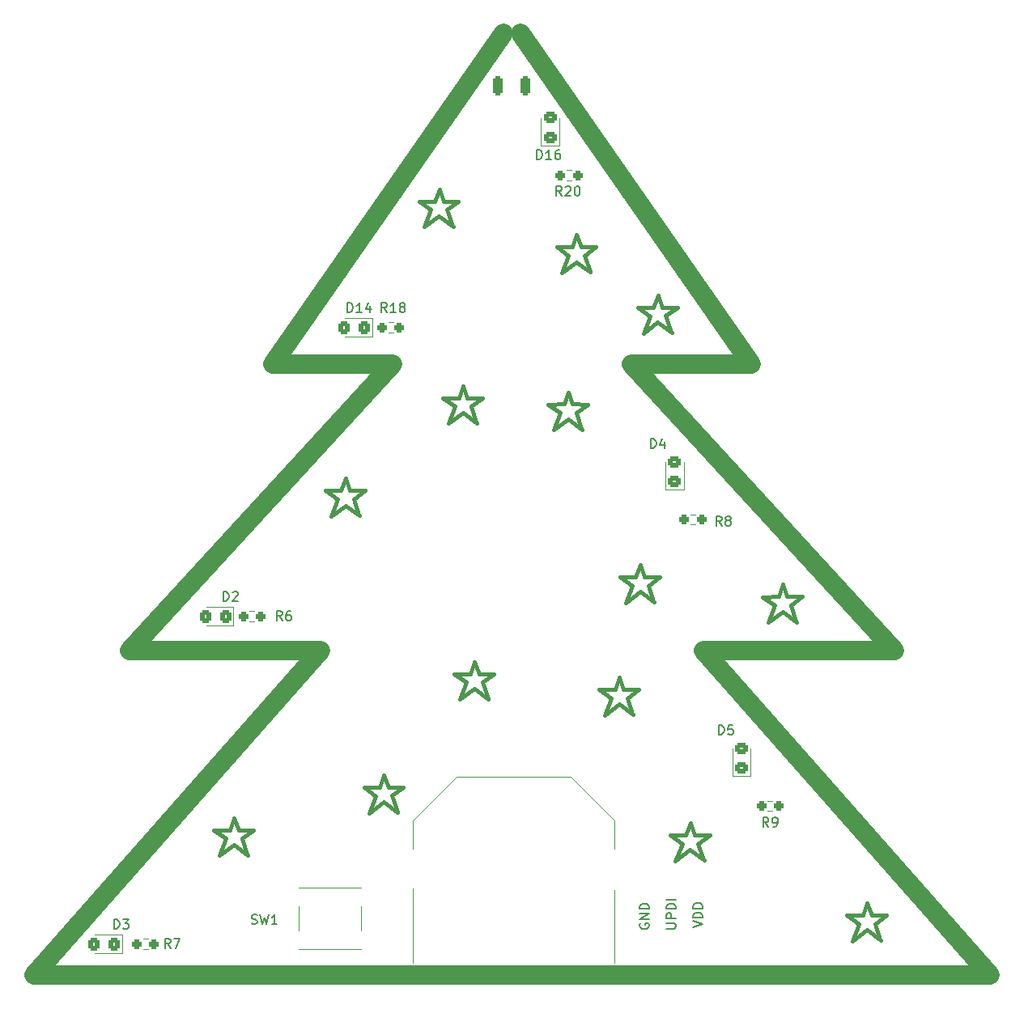
<source format=gto>
G04 #@! TF.GenerationSoftware,KiCad,Pcbnew,7.0.8*
G04 #@! TF.CreationDate,2024-06-18T20:24:05+02:00*
G04 #@! TF.ProjectId,PCB_Christmas_Tree,5043425f-4368-4726-9973-746d61735f54,rev?*
G04 #@! TF.SameCoordinates,Original*
G04 #@! TF.FileFunction,Legend,Top*
G04 #@! TF.FilePolarity,Positive*
%FSLAX46Y46*%
G04 Gerber Fmt 4.6, Leading zero omitted, Abs format (unit mm)*
G04 Created by KiCad (PCBNEW 7.0.8) date 2024-06-18 20:24:05*
%MOMM*%
%LPD*%
G01*
G04 APERTURE LIST*
G04 Aperture macros list*
%AMRoundRect*
0 Rectangle with rounded corners*
0 $1 Rounding radius*
0 $2 $3 $4 $5 $6 $7 $8 $9 X,Y pos of 4 corners*
0 Add a 4 corners polygon primitive as box body*
4,1,4,$2,$3,$4,$5,$6,$7,$8,$9,$2,$3,0*
0 Add four circle primitives for the rounded corners*
1,1,$1+$1,$2,$3*
1,1,$1+$1,$4,$5*
1,1,$1+$1,$6,$7*
1,1,$1+$1,$8,$9*
0 Add four rect primitives between the rounded corners*
20,1,$1+$1,$2,$3,$4,$5,0*
20,1,$1+$1,$4,$5,$6,$7,0*
20,1,$1+$1,$6,$7,$8,$9,0*
20,1,$1+$1,$8,$9,$2,$3,0*%
G04 Aperture macros list end*
%ADD10C,0.150000*%
%ADD11C,0.400000*%
%ADD12C,2.000000*%
%ADD13C,0.120000*%
%ADD14C,0.100000*%
%ADD15R,1.700000X1.700000*%
%ADD16O,1.700000X1.700000*%
%ADD17RoundRect,0.237500X-0.250000X-0.237500X0.250000X-0.237500X0.250000X0.237500X-0.250000X0.237500X0*%
%ADD18C,3.000000*%
%ADD19R,5.000000X5.000000*%
%ADD20R,1.550000X1.300000*%
%ADD21RoundRect,0.250000X0.450000X-0.325000X0.450000X0.325000X-0.450000X0.325000X-0.450000X-0.325000X0*%
%ADD22RoundRect,0.250000X0.325000X0.450000X-0.325000X0.450000X-0.325000X-0.450000X0.325000X-0.450000X0*%
%ADD23RoundRect,0.250000X-0.250000X-0.750000X0.250000X-0.750000X0.250000X0.750000X-0.250000X0.750000X0*%
%ADD24R,3.000000X2.000000*%
G04 APERTURE END LIST*
D10*
X126248943Y-131321468D02*
X127058466Y-131321468D01*
X127058466Y-131321468D02*
X127153704Y-131273849D01*
X127153704Y-131273849D02*
X127201324Y-131226230D01*
X127201324Y-131226230D02*
X127248943Y-131130992D01*
X127248943Y-131130992D02*
X127248943Y-130940516D01*
X127248943Y-130940516D02*
X127201324Y-130845278D01*
X127201324Y-130845278D02*
X127153704Y-130797659D01*
X127153704Y-130797659D02*
X127058466Y-130750040D01*
X127058466Y-130750040D02*
X126248943Y-130750040D01*
X127248943Y-130273849D02*
X126248943Y-130273849D01*
X126248943Y-130273849D02*
X126248943Y-129892897D01*
X126248943Y-129892897D02*
X126296562Y-129797659D01*
X126296562Y-129797659D02*
X126344181Y-129750040D01*
X126344181Y-129750040D02*
X126439419Y-129702421D01*
X126439419Y-129702421D02*
X126582276Y-129702421D01*
X126582276Y-129702421D02*
X126677514Y-129750040D01*
X126677514Y-129750040D02*
X126725133Y-129797659D01*
X126725133Y-129797659D02*
X126772752Y-129892897D01*
X126772752Y-129892897D02*
X126772752Y-130273849D01*
X127248943Y-129273849D02*
X126248943Y-129273849D01*
X126248943Y-129273849D02*
X126248943Y-129035754D01*
X126248943Y-129035754D02*
X126296562Y-128892897D01*
X126296562Y-128892897D02*
X126391800Y-128797659D01*
X126391800Y-128797659D02*
X126487038Y-128750040D01*
X126487038Y-128750040D02*
X126677514Y-128702421D01*
X126677514Y-128702421D02*
X126820371Y-128702421D01*
X126820371Y-128702421D02*
X127010847Y-128750040D01*
X127010847Y-128750040D02*
X127106085Y-128797659D01*
X127106085Y-128797659D02*
X127201324Y-128892897D01*
X127201324Y-128892897D02*
X127248943Y-129035754D01*
X127248943Y-129035754D02*
X127248943Y-129273849D01*
X127248943Y-128273849D02*
X126248943Y-128273849D01*
X129042943Y-131210325D02*
X130042943Y-130876992D01*
X130042943Y-130876992D02*
X129042943Y-130543659D01*
X130042943Y-130210325D02*
X129042943Y-130210325D01*
X129042943Y-130210325D02*
X129042943Y-129972230D01*
X129042943Y-129972230D02*
X129090562Y-129829373D01*
X129090562Y-129829373D02*
X129185800Y-129734135D01*
X129185800Y-129734135D02*
X129281038Y-129686516D01*
X129281038Y-129686516D02*
X129471514Y-129638897D01*
X129471514Y-129638897D02*
X129614371Y-129638897D01*
X129614371Y-129638897D02*
X129804847Y-129686516D01*
X129804847Y-129686516D02*
X129900085Y-129734135D01*
X129900085Y-129734135D02*
X129995324Y-129829373D01*
X129995324Y-129829373D02*
X130042943Y-129972230D01*
X130042943Y-129972230D02*
X130042943Y-130210325D01*
X130042943Y-129210325D02*
X129042943Y-129210325D01*
X129042943Y-129210325D02*
X129042943Y-128972230D01*
X129042943Y-128972230D02*
X129090562Y-128829373D01*
X129090562Y-128829373D02*
X129185800Y-128734135D01*
X129185800Y-128734135D02*
X129281038Y-128686516D01*
X129281038Y-128686516D02*
X129471514Y-128638897D01*
X129471514Y-128638897D02*
X129614371Y-128638897D01*
X129614371Y-128638897D02*
X129804847Y-128686516D01*
X129804847Y-128686516D02*
X129900085Y-128734135D01*
X129900085Y-128734135D02*
X129995324Y-128829373D01*
X129995324Y-128829373D02*
X130042943Y-128972230D01*
X130042943Y-128972230D02*
X130042943Y-129210325D01*
X123502562Y-130797659D02*
X123454943Y-130892897D01*
X123454943Y-130892897D02*
X123454943Y-131035754D01*
X123454943Y-131035754D02*
X123502562Y-131178611D01*
X123502562Y-131178611D02*
X123597800Y-131273849D01*
X123597800Y-131273849D02*
X123693038Y-131321468D01*
X123693038Y-131321468D02*
X123883514Y-131369087D01*
X123883514Y-131369087D02*
X124026371Y-131369087D01*
X124026371Y-131369087D02*
X124216847Y-131321468D01*
X124216847Y-131321468D02*
X124312085Y-131273849D01*
X124312085Y-131273849D02*
X124407324Y-131178611D01*
X124407324Y-131178611D02*
X124454943Y-131035754D01*
X124454943Y-131035754D02*
X124454943Y-130940516D01*
X124454943Y-130940516D02*
X124407324Y-130797659D01*
X124407324Y-130797659D02*
X124359704Y-130750040D01*
X124359704Y-130750040D02*
X124026371Y-130750040D01*
X124026371Y-130750040D02*
X124026371Y-130940516D01*
X124454943Y-130321468D02*
X123454943Y-130321468D01*
X123454943Y-130321468D02*
X124454943Y-129750040D01*
X124454943Y-129750040D02*
X123454943Y-129750040D01*
X124454943Y-129273849D02*
X123454943Y-129273849D01*
X123454943Y-129273849D02*
X123454943Y-129035754D01*
X123454943Y-129035754D02*
X123502562Y-128892897D01*
X123502562Y-128892897D02*
X123597800Y-128797659D01*
X123597800Y-128797659D02*
X123693038Y-128750040D01*
X123693038Y-128750040D02*
X123883514Y-128702421D01*
X123883514Y-128702421D02*
X124026371Y-128702421D01*
X124026371Y-128702421D02*
X124216847Y-128750040D01*
X124216847Y-128750040D02*
X124312085Y-128797659D01*
X124312085Y-128797659D02*
X124407324Y-128892897D01*
X124407324Y-128892897D02*
X124454943Y-129035754D01*
X124454943Y-129035754D02*
X124454943Y-129273849D01*
D11*
X95865124Y-117428248D02*
X95185124Y-119208248D01*
X81045124Y-119728248D02*
X81495124Y-120988248D01*
X102465124Y-56768248D02*
X103935124Y-57848248D01*
X146395124Y-130828248D02*
X145715124Y-132608248D01*
X123515124Y-93258248D02*
X123965124Y-94518248D01*
X94615124Y-116538248D02*
X95865124Y-117428248D01*
X93515124Y-86378248D02*
X94715124Y-85488248D01*
X126635124Y-121548248D02*
X127885124Y-122438248D01*
X90585124Y-85498248D02*
X92235124Y-85478248D01*
X145145124Y-129938248D02*
X146395124Y-130828248D01*
X125335124Y-67878248D02*
X126805124Y-68958248D01*
X96695124Y-118078248D02*
X95185124Y-119208248D01*
X116845124Y-61558248D02*
X118315124Y-62638248D01*
X125335124Y-67878248D02*
X123825124Y-69008248D01*
X117695124Y-60898248D02*
X118245124Y-62558248D01*
X116819800Y-77342388D02*
X117369800Y-79002388D01*
X126185124Y-67218248D02*
X127385124Y-66328248D01*
X107015124Y-75798248D02*
X105445124Y-75788248D01*
X125535124Y-94528248D02*
X123965124Y-94518248D01*
X148075124Y-130818248D02*
X148625124Y-132478248D01*
X123485124Y-96078248D02*
X124955124Y-97158248D01*
X104995124Y-74528248D02*
X104535124Y-75788248D01*
D12*
X109203124Y-37622248D02*
X85103124Y-72222248D01*
D11*
X147255124Y-128658248D02*
X146795124Y-129918248D01*
X80185124Y-121898248D02*
X79505124Y-123678248D01*
X117695124Y-60898248D02*
X118895124Y-60008248D01*
X78935124Y-121008248D02*
X80185124Y-121898248D01*
X106165124Y-106208248D02*
X107635124Y-107288248D01*
X138405124Y-98148248D02*
X139875124Y-99228248D01*
X81015124Y-122548248D02*
X79505124Y-123678248D01*
X136325124Y-96608248D02*
X137975124Y-96588248D01*
X104965124Y-77348248D02*
X106435124Y-78428248D01*
X127385124Y-66328248D02*
X125815124Y-66318248D01*
X121305124Y-107848248D02*
X122775124Y-108928248D01*
X92695124Y-84218248D02*
X92235124Y-85478248D01*
X122155124Y-107188248D02*
X123355124Y-106298248D01*
X119225124Y-106308248D02*
X120475124Y-107198248D01*
X107015124Y-105548248D02*
X107565124Y-107208248D01*
X147255124Y-128658248D02*
X147705124Y-129918248D01*
X126635124Y-121548248D02*
X128285124Y-121528248D01*
X123515124Y-93258248D02*
X123055124Y-94518248D01*
X129565124Y-122428248D02*
X130765124Y-121538248D01*
X106165124Y-106208248D02*
X104655124Y-107338248D01*
X115999800Y-75182388D02*
X115539800Y-76442388D01*
X123255124Y-66338248D02*
X124905124Y-66318248D01*
X92695124Y-84218248D02*
X93145124Y-85478248D01*
X96725124Y-115258248D02*
X97175124Y-116518248D01*
X92665124Y-87038248D02*
X91155124Y-88168248D01*
X149275124Y-129928248D02*
X147705124Y-129918248D01*
X83065124Y-120998248D02*
X81495124Y-120988248D01*
X127885124Y-122438248D02*
X127205124Y-124218248D01*
X116875124Y-58738248D02*
X117325124Y-59998248D01*
X115969800Y-78002388D02*
X117439800Y-79082388D01*
X105815124Y-76688248D02*
X107015124Y-75798248D01*
X116875124Y-58738248D02*
X116415124Y-59998248D01*
X118895124Y-60008248D02*
X117325124Y-59998248D01*
X138435124Y-95328248D02*
X137975124Y-96588248D01*
X122155124Y-107188248D02*
X122705124Y-108848248D01*
X128715124Y-123088248D02*
X130185124Y-124168248D01*
X128715124Y-123088248D02*
X127205124Y-124218248D01*
D12*
X150103124Y-102222248D02*
X130103124Y-102222248D01*
D11*
X98745124Y-116528248D02*
X97175124Y-116518248D01*
X106195124Y-103388248D02*
X106645124Y-104648248D01*
X115999800Y-75182388D02*
X116449800Y-76442388D01*
X137575124Y-97498248D02*
X136895124Y-99278248D01*
X105815124Y-76688248D02*
X106365124Y-78348248D01*
X81045124Y-119728248D02*
X80585124Y-120988248D01*
D12*
X160103124Y-136222248D02*
X60103124Y-136222248D01*
D11*
X123355124Y-106298248D02*
X121785124Y-106288248D01*
X100385124Y-55228248D02*
X102035124Y-55208248D01*
X148075124Y-130818248D02*
X149275124Y-129928248D01*
X130765124Y-121538248D02*
X129195124Y-121528248D01*
X103315124Y-56108248D02*
X104515124Y-55218248D01*
D12*
X122603124Y-72222248D02*
X135103124Y-72222248D01*
D11*
X107015124Y-105548248D02*
X108215124Y-104658248D01*
X93515124Y-86378248D02*
X94065124Y-88038248D01*
X114765124Y-60018248D02*
X116015124Y-60908248D01*
X104135124Y-76698248D02*
X103455124Y-78478248D01*
X124335124Y-95418248D02*
X125535124Y-94528248D01*
X129565124Y-122428248D02*
X130115124Y-124088248D01*
X96725124Y-115258248D02*
X96265124Y-116518248D01*
X121405124Y-94538248D02*
X123055124Y-94518248D01*
X113889800Y-76462388D02*
X115539800Y-76442388D01*
X145145124Y-129938248D02*
X146795124Y-129918248D01*
X113889800Y-76462388D02*
X115139800Y-77352388D01*
X97545124Y-117418248D02*
X98095124Y-119078248D01*
X102495124Y-53948248D02*
X102035124Y-55208248D01*
X104995124Y-74528248D02*
X105445124Y-75788248D01*
D12*
X111003124Y-37622248D02*
X135103124Y-72222248D01*
D11*
X114765124Y-60018248D02*
X116415124Y-59998248D01*
X128745124Y-120268248D02*
X128285124Y-121528248D01*
D12*
X122603124Y-72222248D02*
X150103124Y-102222248D01*
D11*
X104085124Y-104668248D02*
X105735124Y-104648248D01*
X100385124Y-55228248D02*
X101635124Y-56118248D01*
X92665124Y-87038248D02*
X94135124Y-88118248D01*
X124335124Y-95418248D02*
X124885124Y-97078248D01*
D12*
X97603124Y-72222248D02*
X70103124Y-102222248D01*
D11*
X96695124Y-118078248D02*
X98165124Y-119158248D01*
X104515124Y-55218248D02*
X102945124Y-55208248D01*
X115139800Y-77352388D02*
X114459800Y-79132388D01*
X121305124Y-107848248D02*
X119795124Y-108978248D01*
X105335124Y-105558248D02*
X104655124Y-107338248D01*
X147225124Y-131478248D02*
X145715124Y-132608248D01*
X138405124Y-98148248D02*
X136895124Y-99278248D01*
X94615124Y-116538248D02*
X96265124Y-116518248D01*
X124505124Y-67228248D02*
X123825124Y-69008248D01*
X121335124Y-105028248D02*
X120875124Y-106288248D01*
X116845124Y-61558248D02*
X115335124Y-62688248D01*
X121405124Y-94538248D02*
X122655124Y-95428248D01*
X123485124Y-96078248D02*
X121975124Y-97208248D01*
X119225124Y-106308248D02*
X120875124Y-106288248D01*
X118019800Y-76452388D02*
X116449800Y-76442388D01*
X102885124Y-75808248D02*
X104135124Y-76698248D01*
X120475124Y-107198248D02*
X119795124Y-108978248D01*
X102885124Y-75808248D02*
X104535124Y-75788248D01*
X81015124Y-122548248D02*
X82485124Y-123628248D01*
X81865124Y-121888248D02*
X83065124Y-120998248D01*
D12*
X90103124Y-102222248D02*
X60103124Y-136222248D01*
D11*
X103315124Y-56108248D02*
X103865124Y-57768248D01*
X102465124Y-56768248D02*
X100955124Y-57898248D01*
X128745124Y-120268248D02*
X129195124Y-121528248D01*
D12*
X85103124Y-72222248D02*
X97603124Y-72222248D01*
D11*
X102495124Y-53948248D02*
X102945124Y-55208248D01*
X139255124Y-97488248D02*
X139805124Y-99148248D01*
X78935124Y-121008248D02*
X80585124Y-120988248D01*
X139255124Y-97488248D02*
X140455124Y-96598248D01*
X115969800Y-78002388D02*
X114459800Y-79132388D01*
D12*
X90103124Y-102222248D02*
X70103124Y-102222248D01*
D11*
X94715124Y-85488248D02*
X93145124Y-85478248D01*
X138435124Y-95328248D02*
X138885124Y-96588248D01*
X125365124Y-65058248D02*
X124905124Y-66318248D01*
X104085124Y-104668248D02*
X105335124Y-105558248D01*
D12*
X130103124Y-102222248D02*
X160103124Y-136222248D01*
D11*
X116015124Y-60908248D02*
X115335124Y-62688248D01*
X97545124Y-117418248D02*
X98745124Y-116528248D01*
X116819800Y-77342388D02*
X118019800Y-76452388D01*
X140455124Y-96598248D02*
X138885124Y-96588248D01*
X147225124Y-131478248D02*
X148695124Y-132558248D01*
X81865124Y-121888248D02*
X82415124Y-123548248D01*
X90585124Y-85498248D02*
X91835124Y-86388248D01*
X106195124Y-103388248D02*
X105735124Y-104648248D01*
X122655124Y-95428248D02*
X121975124Y-97208248D01*
X126185124Y-67218248D02*
X126735124Y-68878248D01*
X108215124Y-104658248D02*
X106645124Y-104648248D01*
X125365124Y-65058248D02*
X125815124Y-66318248D01*
X101635124Y-56118248D02*
X100955124Y-57898248D01*
X123255124Y-66338248D02*
X124505124Y-67228248D01*
X104965124Y-77348248D02*
X103455124Y-78478248D01*
X121335124Y-105028248D02*
X121785124Y-106288248D01*
X91835124Y-86388248D02*
X91155124Y-88168248D01*
X136325124Y-96608248D02*
X137575124Y-97498248D01*
D10*
X136928457Y-120683067D02*
X136595124Y-120206876D01*
X136357029Y-120683067D02*
X136357029Y-119683067D01*
X136357029Y-119683067D02*
X136737981Y-119683067D01*
X136737981Y-119683067D02*
X136833219Y-119730686D01*
X136833219Y-119730686D02*
X136880838Y-119778305D01*
X136880838Y-119778305D02*
X136928457Y-119873543D01*
X136928457Y-119873543D02*
X136928457Y-120016400D01*
X136928457Y-120016400D02*
X136880838Y-120111638D01*
X136880838Y-120111638D02*
X136833219Y-120159257D01*
X136833219Y-120159257D02*
X136737981Y-120206876D01*
X136737981Y-120206876D02*
X136357029Y-120206876D01*
X137404648Y-120683067D02*
X137595124Y-120683067D01*
X137595124Y-120683067D02*
X137690362Y-120635448D01*
X137690362Y-120635448D02*
X137737981Y-120587828D01*
X137737981Y-120587828D02*
X137833219Y-120444971D01*
X137833219Y-120444971D02*
X137880838Y-120254495D01*
X137880838Y-120254495D02*
X137880838Y-119873543D01*
X137880838Y-119873543D02*
X137833219Y-119778305D01*
X137833219Y-119778305D02*
X137785600Y-119730686D01*
X137785600Y-119730686D02*
X137690362Y-119683067D01*
X137690362Y-119683067D02*
X137499886Y-119683067D01*
X137499886Y-119683067D02*
X137404648Y-119730686D01*
X137404648Y-119730686D02*
X137357029Y-119778305D01*
X137357029Y-119778305D02*
X137309410Y-119873543D01*
X137309410Y-119873543D02*
X137309410Y-120111638D01*
X137309410Y-120111638D02*
X137357029Y-120206876D01*
X137357029Y-120206876D02*
X137404648Y-120254495D01*
X137404648Y-120254495D02*
X137499886Y-120302114D01*
X137499886Y-120302114D02*
X137690362Y-120302114D01*
X137690362Y-120302114D02*
X137785600Y-120254495D01*
X137785600Y-120254495D02*
X137833219Y-120206876D01*
X137833219Y-120206876D02*
X137880838Y-120111638D01*
X82865791Y-130795448D02*
X83008648Y-130843067D01*
X83008648Y-130843067D02*
X83246743Y-130843067D01*
X83246743Y-130843067D02*
X83341981Y-130795448D01*
X83341981Y-130795448D02*
X83389600Y-130747828D01*
X83389600Y-130747828D02*
X83437219Y-130652590D01*
X83437219Y-130652590D02*
X83437219Y-130557352D01*
X83437219Y-130557352D02*
X83389600Y-130462114D01*
X83389600Y-130462114D02*
X83341981Y-130414495D01*
X83341981Y-130414495D02*
X83246743Y-130366876D01*
X83246743Y-130366876D02*
X83056267Y-130319257D01*
X83056267Y-130319257D02*
X82961029Y-130271638D01*
X82961029Y-130271638D02*
X82913410Y-130224019D01*
X82913410Y-130224019D02*
X82865791Y-130128781D01*
X82865791Y-130128781D02*
X82865791Y-130033543D01*
X82865791Y-130033543D02*
X82913410Y-129938305D01*
X82913410Y-129938305D02*
X82961029Y-129890686D01*
X82961029Y-129890686D02*
X83056267Y-129843067D01*
X83056267Y-129843067D02*
X83294362Y-129843067D01*
X83294362Y-129843067D02*
X83437219Y-129890686D01*
X83770553Y-129843067D02*
X84008648Y-130843067D01*
X84008648Y-130843067D02*
X84199124Y-130128781D01*
X84199124Y-130128781D02*
X84389600Y-130843067D01*
X84389600Y-130843067D02*
X84627696Y-129843067D01*
X85532457Y-130843067D02*
X84961029Y-130843067D01*
X85246743Y-130843067D02*
X85246743Y-129843067D01*
X85246743Y-129843067D02*
X85151505Y-129985924D01*
X85151505Y-129985924D02*
X85056267Y-130081162D01*
X85056267Y-130081162D02*
X84961029Y-130128781D01*
X131721029Y-111031067D02*
X131721029Y-110031067D01*
X131721029Y-110031067D02*
X131959124Y-110031067D01*
X131959124Y-110031067D02*
X132101981Y-110078686D01*
X132101981Y-110078686D02*
X132197219Y-110173924D01*
X132197219Y-110173924D02*
X132244838Y-110269162D01*
X132244838Y-110269162D02*
X132292457Y-110459638D01*
X132292457Y-110459638D02*
X132292457Y-110602495D01*
X132292457Y-110602495D02*
X132244838Y-110792971D01*
X132244838Y-110792971D02*
X132197219Y-110888209D01*
X132197219Y-110888209D02*
X132101981Y-110983448D01*
X132101981Y-110983448D02*
X131959124Y-111031067D01*
X131959124Y-111031067D02*
X131721029Y-111031067D01*
X133197219Y-110031067D02*
X132721029Y-110031067D01*
X132721029Y-110031067D02*
X132673410Y-110507257D01*
X132673410Y-110507257D02*
X132721029Y-110459638D01*
X132721029Y-110459638D02*
X132816267Y-110412019D01*
X132816267Y-110412019D02*
X133054362Y-110412019D01*
X133054362Y-110412019D02*
X133149600Y-110459638D01*
X133149600Y-110459638D02*
X133197219Y-110507257D01*
X133197219Y-110507257D02*
X133244838Y-110602495D01*
X133244838Y-110602495D02*
X133244838Y-110840590D01*
X133244838Y-110840590D02*
X133197219Y-110935828D01*
X133197219Y-110935828D02*
X133149600Y-110983448D01*
X133149600Y-110983448D02*
X133054362Y-111031067D01*
X133054362Y-111031067D02*
X132816267Y-111031067D01*
X132816267Y-111031067D02*
X132721029Y-110983448D01*
X132721029Y-110983448D02*
X132673410Y-110935828D01*
X115306266Y-54643067D02*
X114972933Y-54166876D01*
X114734838Y-54643067D02*
X114734838Y-53643067D01*
X114734838Y-53643067D02*
X115115790Y-53643067D01*
X115115790Y-53643067D02*
X115211028Y-53690686D01*
X115211028Y-53690686D02*
X115258647Y-53738305D01*
X115258647Y-53738305D02*
X115306266Y-53833543D01*
X115306266Y-53833543D02*
X115306266Y-53976400D01*
X115306266Y-53976400D02*
X115258647Y-54071638D01*
X115258647Y-54071638D02*
X115211028Y-54119257D01*
X115211028Y-54119257D02*
X115115790Y-54166876D01*
X115115790Y-54166876D02*
X114734838Y-54166876D01*
X115687219Y-53738305D02*
X115734838Y-53690686D01*
X115734838Y-53690686D02*
X115830076Y-53643067D01*
X115830076Y-53643067D02*
X116068171Y-53643067D01*
X116068171Y-53643067D02*
X116163409Y-53690686D01*
X116163409Y-53690686D02*
X116211028Y-53738305D01*
X116211028Y-53738305D02*
X116258647Y-53833543D01*
X116258647Y-53833543D02*
X116258647Y-53928781D01*
X116258647Y-53928781D02*
X116211028Y-54071638D01*
X116211028Y-54071638D02*
X115639600Y-54643067D01*
X115639600Y-54643067D02*
X116258647Y-54643067D01*
X116877695Y-53643067D02*
X116972933Y-53643067D01*
X116972933Y-53643067D02*
X117068171Y-53690686D01*
X117068171Y-53690686D02*
X117115790Y-53738305D01*
X117115790Y-53738305D02*
X117163409Y-53833543D01*
X117163409Y-53833543D02*
X117211028Y-54024019D01*
X117211028Y-54024019D02*
X117211028Y-54262114D01*
X117211028Y-54262114D02*
X117163409Y-54452590D01*
X117163409Y-54452590D02*
X117115790Y-54547828D01*
X117115790Y-54547828D02*
X117068171Y-54595448D01*
X117068171Y-54595448D02*
X116972933Y-54643067D01*
X116972933Y-54643067D02*
X116877695Y-54643067D01*
X116877695Y-54643067D02*
X116782457Y-54595448D01*
X116782457Y-54595448D02*
X116734838Y-54547828D01*
X116734838Y-54547828D02*
X116687219Y-54452590D01*
X116687219Y-54452590D02*
X116639600Y-54262114D01*
X116639600Y-54262114D02*
X116639600Y-54024019D01*
X116639600Y-54024019D02*
X116687219Y-53833543D01*
X116687219Y-53833543D02*
X116734838Y-53738305D01*
X116734838Y-53738305D02*
X116782457Y-53690686D01*
X116782457Y-53690686D02*
X116877695Y-53643067D01*
X68475029Y-131351067D02*
X68475029Y-130351067D01*
X68475029Y-130351067D02*
X68713124Y-130351067D01*
X68713124Y-130351067D02*
X68855981Y-130398686D01*
X68855981Y-130398686D02*
X68951219Y-130493924D01*
X68951219Y-130493924D02*
X68998838Y-130589162D01*
X68998838Y-130589162D02*
X69046457Y-130779638D01*
X69046457Y-130779638D02*
X69046457Y-130922495D01*
X69046457Y-130922495D02*
X68998838Y-131112971D01*
X68998838Y-131112971D02*
X68951219Y-131208209D01*
X68951219Y-131208209D02*
X68855981Y-131303448D01*
X68855981Y-131303448D02*
X68713124Y-131351067D01*
X68713124Y-131351067D02*
X68475029Y-131351067D01*
X69379791Y-130351067D02*
X69998838Y-130351067D01*
X69998838Y-130351067D02*
X69665505Y-130732019D01*
X69665505Y-130732019D02*
X69808362Y-130732019D01*
X69808362Y-130732019D02*
X69903600Y-130779638D01*
X69903600Y-130779638D02*
X69951219Y-130827257D01*
X69951219Y-130827257D02*
X69998838Y-130922495D01*
X69998838Y-130922495D02*
X69998838Y-131160590D01*
X69998838Y-131160590D02*
X69951219Y-131255828D01*
X69951219Y-131255828D02*
X69903600Y-131303448D01*
X69903600Y-131303448D02*
X69808362Y-131351067D01*
X69808362Y-131351067D02*
X69522648Y-131351067D01*
X69522648Y-131351067D02*
X69427410Y-131303448D01*
X69427410Y-131303448D02*
X69379791Y-131255828D01*
X86064457Y-99093067D02*
X85731124Y-98616876D01*
X85493029Y-99093067D02*
X85493029Y-98093067D01*
X85493029Y-98093067D02*
X85873981Y-98093067D01*
X85873981Y-98093067D02*
X85969219Y-98140686D01*
X85969219Y-98140686D02*
X86016838Y-98188305D01*
X86016838Y-98188305D02*
X86064457Y-98283543D01*
X86064457Y-98283543D02*
X86064457Y-98426400D01*
X86064457Y-98426400D02*
X86016838Y-98521638D01*
X86016838Y-98521638D02*
X85969219Y-98569257D01*
X85969219Y-98569257D02*
X85873981Y-98616876D01*
X85873981Y-98616876D02*
X85493029Y-98616876D01*
X86921600Y-98093067D02*
X86731124Y-98093067D01*
X86731124Y-98093067D02*
X86635886Y-98140686D01*
X86635886Y-98140686D02*
X86588267Y-98188305D01*
X86588267Y-98188305D02*
X86493029Y-98331162D01*
X86493029Y-98331162D02*
X86445410Y-98521638D01*
X86445410Y-98521638D02*
X86445410Y-98902590D01*
X86445410Y-98902590D02*
X86493029Y-98997828D01*
X86493029Y-98997828D02*
X86540648Y-99045448D01*
X86540648Y-99045448D02*
X86635886Y-99093067D01*
X86635886Y-99093067D02*
X86826362Y-99093067D01*
X86826362Y-99093067D02*
X86921600Y-99045448D01*
X86921600Y-99045448D02*
X86969219Y-98997828D01*
X86969219Y-98997828D02*
X87016838Y-98902590D01*
X87016838Y-98902590D02*
X87016838Y-98664495D01*
X87016838Y-98664495D02*
X86969219Y-98569257D01*
X86969219Y-98569257D02*
X86921600Y-98521638D01*
X86921600Y-98521638D02*
X86826362Y-98474019D01*
X86826362Y-98474019D02*
X86635886Y-98474019D01*
X86635886Y-98474019D02*
X86540648Y-98521638D01*
X86540648Y-98521638D02*
X86493029Y-98569257D01*
X86493029Y-98569257D02*
X86445410Y-98664495D01*
X112702838Y-50833067D02*
X112702838Y-49833067D01*
X112702838Y-49833067D02*
X112940933Y-49833067D01*
X112940933Y-49833067D02*
X113083790Y-49880686D01*
X113083790Y-49880686D02*
X113179028Y-49975924D01*
X113179028Y-49975924D02*
X113226647Y-50071162D01*
X113226647Y-50071162D02*
X113274266Y-50261638D01*
X113274266Y-50261638D02*
X113274266Y-50404495D01*
X113274266Y-50404495D02*
X113226647Y-50594971D01*
X113226647Y-50594971D02*
X113179028Y-50690209D01*
X113179028Y-50690209D02*
X113083790Y-50785448D01*
X113083790Y-50785448D02*
X112940933Y-50833067D01*
X112940933Y-50833067D02*
X112702838Y-50833067D01*
X114226647Y-50833067D02*
X113655219Y-50833067D01*
X113940933Y-50833067D02*
X113940933Y-49833067D01*
X113940933Y-49833067D02*
X113845695Y-49975924D01*
X113845695Y-49975924D02*
X113750457Y-50071162D01*
X113750457Y-50071162D02*
X113655219Y-50118781D01*
X115083790Y-49833067D02*
X114893314Y-49833067D01*
X114893314Y-49833067D02*
X114798076Y-49880686D01*
X114798076Y-49880686D02*
X114750457Y-49928305D01*
X114750457Y-49928305D02*
X114655219Y-50071162D01*
X114655219Y-50071162D02*
X114607600Y-50261638D01*
X114607600Y-50261638D02*
X114607600Y-50642590D01*
X114607600Y-50642590D02*
X114655219Y-50737828D01*
X114655219Y-50737828D02*
X114702838Y-50785448D01*
X114702838Y-50785448D02*
X114798076Y-50833067D01*
X114798076Y-50833067D02*
X114988552Y-50833067D01*
X114988552Y-50833067D02*
X115083790Y-50785448D01*
X115083790Y-50785448D02*
X115131409Y-50737828D01*
X115131409Y-50737828D02*
X115179028Y-50642590D01*
X115179028Y-50642590D02*
X115179028Y-50404495D01*
X115179028Y-50404495D02*
X115131409Y-50309257D01*
X115131409Y-50309257D02*
X115083790Y-50261638D01*
X115083790Y-50261638D02*
X114988552Y-50214019D01*
X114988552Y-50214019D02*
X114798076Y-50214019D01*
X114798076Y-50214019D02*
X114702838Y-50261638D01*
X114702838Y-50261638D02*
X114655219Y-50309257D01*
X114655219Y-50309257D02*
X114607600Y-50404495D01*
X74380457Y-133383067D02*
X74047124Y-132906876D01*
X73809029Y-133383067D02*
X73809029Y-132383067D01*
X73809029Y-132383067D02*
X74189981Y-132383067D01*
X74189981Y-132383067D02*
X74285219Y-132430686D01*
X74285219Y-132430686D02*
X74332838Y-132478305D01*
X74332838Y-132478305D02*
X74380457Y-132573543D01*
X74380457Y-132573543D02*
X74380457Y-132716400D01*
X74380457Y-132716400D02*
X74332838Y-132811638D01*
X74332838Y-132811638D02*
X74285219Y-132859257D01*
X74285219Y-132859257D02*
X74189981Y-132906876D01*
X74189981Y-132906876D02*
X73809029Y-132906876D01*
X74713791Y-132383067D02*
X75380457Y-132383067D01*
X75380457Y-132383067D02*
X74951886Y-133383067D01*
X124609029Y-81059067D02*
X124609029Y-80059067D01*
X124609029Y-80059067D02*
X124847124Y-80059067D01*
X124847124Y-80059067D02*
X124989981Y-80106686D01*
X124989981Y-80106686D02*
X125085219Y-80201924D01*
X125085219Y-80201924D02*
X125132838Y-80297162D01*
X125132838Y-80297162D02*
X125180457Y-80487638D01*
X125180457Y-80487638D02*
X125180457Y-80630495D01*
X125180457Y-80630495D02*
X125132838Y-80820971D01*
X125132838Y-80820971D02*
X125085219Y-80916209D01*
X125085219Y-80916209D02*
X124989981Y-81011448D01*
X124989981Y-81011448D02*
X124847124Y-81059067D01*
X124847124Y-81059067D02*
X124609029Y-81059067D01*
X126037600Y-80392400D02*
X126037600Y-81059067D01*
X125799505Y-80011448D02*
X125561410Y-80725733D01*
X125561410Y-80725733D02*
X126180457Y-80725733D01*
X132038457Y-89187067D02*
X131705124Y-88710876D01*
X131467029Y-89187067D02*
X131467029Y-88187067D01*
X131467029Y-88187067D02*
X131847981Y-88187067D01*
X131847981Y-88187067D02*
X131943219Y-88234686D01*
X131943219Y-88234686D02*
X131990838Y-88282305D01*
X131990838Y-88282305D02*
X132038457Y-88377543D01*
X132038457Y-88377543D02*
X132038457Y-88520400D01*
X132038457Y-88520400D02*
X131990838Y-88615638D01*
X131990838Y-88615638D02*
X131943219Y-88663257D01*
X131943219Y-88663257D02*
X131847981Y-88710876D01*
X131847981Y-88710876D02*
X131467029Y-88710876D01*
X132609886Y-88615638D02*
X132514648Y-88568019D01*
X132514648Y-88568019D02*
X132467029Y-88520400D01*
X132467029Y-88520400D02*
X132419410Y-88425162D01*
X132419410Y-88425162D02*
X132419410Y-88377543D01*
X132419410Y-88377543D02*
X132467029Y-88282305D01*
X132467029Y-88282305D02*
X132514648Y-88234686D01*
X132514648Y-88234686D02*
X132609886Y-88187067D01*
X132609886Y-88187067D02*
X132800362Y-88187067D01*
X132800362Y-88187067D02*
X132895600Y-88234686D01*
X132895600Y-88234686D02*
X132943219Y-88282305D01*
X132943219Y-88282305D02*
X132990838Y-88377543D01*
X132990838Y-88377543D02*
X132990838Y-88425162D01*
X132990838Y-88425162D02*
X132943219Y-88520400D01*
X132943219Y-88520400D02*
X132895600Y-88568019D01*
X132895600Y-88568019D02*
X132800362Y-88615638D01*
X132800362Y-88615638D02*
X132609886Y-88615638D01*
X132609886Y-88615638D02*
X132514648Y-88663257D01*
X132514648Y-88663257D02*
X132467029Y-88710876D01*
X132467029Y-88710876D02*
X132419410Y-88806114D01*
X132419410Y-88806114D02*
X132419410Y-88996590D01*
X132419410Y-88996590D02*
X132467029Y-89091828D01*
X132467029Y-89091828D02*
X132514648Y-89139448D01*
X132514648Y-89139448D02*
X132609886Y-89187067D01*
X132609886Y-89187067D02*
X132800362Y-89187067D01*
X132800362Y-89187067D02*
X132895600Y-89139448D01*
X132895600Y-89139448D02*
X132943219Y-89091828D01*
X132943219Y-89091828D02*
X132990838Y-88996590D01*
X132990838Y-88996590D02*
X132990838Y-88806114D01*
X132990838Y-88806114D02*
X132943219Y-88710876D01*
X132943219Y-88710876D02*
X132895600Y-88663257D01*
X132895600Y-88663257D02*
X132800362Y-88615638D01*
X79905029Y-97061067D02*
X79905029Y-96061067D01*
X79905029Y-96061067D02*
X80143124Y-96061067D01*
X80143124Y-96061067D02*
X80285981Y-96108686D01*
X80285981Y-96108686D02*
X80381219Y-96203924D01*
X80381219Y-96203924D02*
X80428838Y-96299162D01*
X80428838Y-96299162D02*
X80476457Y-96489638D01*
X80476457Y-96489638D02*
X80476457Y-96632495D01*
X80476457Y-96632495D02*
X80428838Y-96822971D01*
X80428838Y-96822971D02*
X80381219Y-96918209D01*
X80381219Y-96918209D02*
X80285981Y-97013448D01*
X80285981Y-97013448D02*
X80143124Y-97061067D01*
X80143124Y-97061067D02*
X79905029Y-97061067D01*
X80857410Y-96156305D02*
X80905029Y-96108686D01*
X80905029Y-96108686D02*
X81000267Y-96061067D01*
X81000267Y-96061067D02*
X81238362Y-96061067D01*
X81238362Y-96061067D02*
X81333600Y-96108686D01*
X81333600Y-96108686D02*
X81381219Y-96156305D01*
X81381219Y-96156305D02*
X81428838Y-96251543D01*
X81428838Y-96251543D02*
X81428838Y-96346781D01*
X81428838Y-96346781D02*
X81381219Y-96489638D01*
X81381219Y-96489638D02*
X80809791Y-97061067D01*
X80809791Y-97061067D02*
X81428838Y-97061067D01*
X97018266Y-66835067D02*
X96684933Y-66358876D01*
X96446838Y-66835067D02*
X96446838Y-65835067D01*
X96446838Y-65835067D02*
X96827790Y-65835067D01*
X96827790Y-65835067D02*
X96923028Y-65882686D01*
X96923028Y-65882686D02*
X96970647Y-65930305D01*
X96970647Y-65930305D02*
X97018266Y-66025543D01*
X97018266Y-66025543D02*
X97018266Y-66168400D01*
X97018266Y-66168400D02*
X96970647Y-66263638D01*
X96970647Y-66263638D02*
X96923028Y-66311257D01*
X96923028Y-66311257D02*
X96827790Y-66358876D01*
X96827790Y-66358876D02*
X96446838Y-66358876D01*
X97970647Y-66835067D02*
X97399219Y-66835067D01*
X97684933Y-66835067D02*
X97684933Y-65835067D01*
X97684933Y-65835067D02*
X97589695Y-65977924D01*
X97589695Y-65977924D02*
X97494457Y-66073162D01*
X97494457Y-66073162D02*
X97399219Y-66120781D01*
X98542076Y-66263638D02*
X98446838Y-66216019D01*
X98446838Y-66216019D02*
X98399219Y-66168400D01*
X98399219Y-66168400D02*
X98351600Y-66073162D01*
X98351600Y-66073162D02*
X98351600Y-66025543D01*
X98351600Y-66025543D02*
X98399219Y-65930305D01*
X98399219Y-65930305D02*
X98446838Y-65882686D01*
X98446838Y-65882686D02*
X98542076Y-65835067D01*
X98542076Y-65835067D02*
X98732552Y-65835067D01*
X98732552Y-65835067D02*
X98827790Y-65882686D01*
X98827790Y-65882686D02*
X98875409Y-65930305D01*
X98875409Y-65930305D02*
X98923028Y-66025543D01*
X98923028Y-66025543D02*
X98923028Y-66073162D01*
X98923028Y-66073162D02*
X98875409Y-66168400D01*
X98875409Y-66168400D02*
X98827790Y-66216019D01*
X98827790Y-66216019D02*
X98732552Y-66263638D01*
X98732552Y-66263638D02*
X98542076Y-66263638D01*
X98542076Y-66263638D02*
X98446838Y-66311257D01*
X98446838Y-66311257D02*
X98399219Y-66358876D01*
X98399219Y-66358876D02*
X98351600Y-66454114D01*
X98351600Y-66454114D02*
X98351600Y-66644590D01*
X98351600Y-66644590D02*
X98399219Y-66739828D01*
X98399219Y-66739828D02*
X98446838Y-66787448D01*
X98446838Y-66787448D02*
X98542076Y-66835067D01*
X98542076Y-66835067D02*
X98732552Y-66835067D01*
X98732552Y-66835067D02*
X98827790Y-66787448D01*
X98827790Y-66787448D02*
X98875409Y-66739828D01*
X98875409Y-66739828D02*
X98923028Y-66644590D01*
X98923028Y-66644590D02*
X98923028Y-66454114D01*
X98923028Y-66454114D02*
X98875409Y-66358876D01*
X98875409Y-66358876D02*
X98827790Y-66311257D01*
X98827790Y-66311257D02*
X98732552Y-66263638D01*
X92890838Y-66835067D02*
X92890838Y-65835067D01*
X92890838Y-65835067D02*
X93128933Y-65835067D01*
X93128933Y-65835067D02*
X93271790Y-65882686D01*
X93271790Y-65882686D02*
X93367028Y-65977924D01*
X93367028Y-65977924D02*
X93414647Y-66073162D01*
X93414647Y-66073162D02*
X93462266Y-66263638D01*
X93462266Y-66263638D02*
X93462266Y-66406495D01*
X93462266Y-66406495D02*
X93414647Y-66596971D01*
X93414647Y-66596971D02*
X93367028Y-66692209D01*
X93367028Y-66692209D02*
X93271790Y-66787448D01*
X93271790Y-66787448D02*
X93128933Y-66835067D01*
X93128933Y-66835067D02*
X92890838Y-66835067D01*
X94414647Y-66835067D02*
X93843219Y-66835067D01*
X94128933Y-66835067D02*
X94128933Y-65835067D01*
X94128933Y-65835067D02*
X94033695Y-65977924D01*
X94033695Y-65977924D02*
X93938457Y-66073162D01*
X93938457Y-66073162D02*
X93843219Y-66120781D01*
X95271790Y-66168400D02*
X95271790Y-66835067D01*
X95033695Y-65787448D02*
X94795600Y-66501733D01*
X94795600Y-66501733D02*
X95414647Y-66501733D01*
D13*
X136840400Y-117975748D02*
X137349848Y-117975748D01*
X136840400Y-119020748D02*
X137349848Y-119020748D01*
D14*
X99739124Y-120045248D02*
X99739124Y-122966248D01*
X99739124Y-120045248D02*
X104311124Y-115473248D01*
X99739124Y-127157248D02*
X99739124Y-134904248D01*
X116249124Y-115473248D02*
X104311124Y-115473248D01*
X120821124Y-120045248D02*
X116249124Y-115473248D01*
X120821124Y-122966248D02*
X120821124Y-120045248D01*
X120821124Y-134904248D02*
X120821124Y-127284248D01*
D13*
X94287124Y-133491248D02*
X87827124Y-133491248D01*
X94287124Y-133461248D02*
X94287124Y-133491248D01*
X94287124Y-131561248D02*
X94287124Y-128961248D01*
X94287124Y-127031248D02*
X94287124Y-127061248D01*
X94287124Y-127031248D02*
X87827124Y-127031248D01*
X87827124Y-133491248D02*
X87827124Y-133461248D01*
X87827124Y-131561248D02*
X87827124Y-128961248D01*
X87827124Y-127031248D02*
X87827124Y-127061248D01*
X133135124Y-115358248D02*
X135055124Y-115358248D01*
X135055124Y-115358248D02*
X135055124Y-112498248D01*
X133135124Y-112498248D02*
X133135124Y-115358248D01*
X115840400Y-51975748D02*
X116349848Y-51975748D01*
X115840400Y-53020748D02*
X116349848Y-53020748D01*
X69295124Y-133888248D02*
X69295124Y-131968248D01*
X69295124Y-131968248D02*
X66435124Y-131968248D01*
X66435124Y-133888248D02*
X69295124Y-133888248D01*
X82655400Y-98115748D02*
X83164848Y-98115748D01*
X82655400Y-99160748D02*
X83164848Y-99160748D01*
X113135124Y-49358248D02*
X115055124Y-49358248D01*
X115055124Y-49358248D02*
X115055124Y-46498248D01*
X113135124Y-46498248D02*
X113135124Y-49358248D01*
X71498400Y-132405748D02*
X72007848Y-132405748D01*
X71498400Y-133450748D02*
X72007848Y-133450748D01*
X126135124Y-85358248D02*
X128055124Y-85358248D01*
X128055124Y-85358248D02*
X128055124Y-82498248D01*
X126135124Y-82498248D02*
X126135124Y-85358248D01*
X128752900Y-87975748D02*
X129262348Y-87975748D01*
X128752900Y-89020748D02*
X129262348Y-89020748D01*
X80970124Y-99598248D02*
X80970124Y-97678248D01*
X80970124Y-97678248D02*
X78110124Y-97678248D01*
X78110124Y-99598248D02*
X80970124Y-99598248D01*
X97152400Y-67889748D02*
X97661848Y-67889748D01*
X97152400Y-68934748D02*
X97661848Y-68934748D01*
X95457124Y-69372248D02*
X95457124Y-67452248D01*
X95457124Y-67452248D02*
X92597124Y-67452248D01*
X92597124Y-69372248D02*
X95457124Y-69372248D01*
%LPC*%
D15*
X129620124Y-133498248D03*
D16*
X127080124Y-133498248D03*
X124540124Y-133498248D03*
D17*
X136182624Y-118498248D03*
X138007624Y-118498248D03*
D18*
X99739124Y-125125248D03*
X120821124Y-125125248D03*
D19*
X110280124Y-125125248D03*
D20*
X95032124Y-132511248D03*
X87082124Y-132511248D03*
X95032124Y-128011248D03*
X87082124Y-128011248D03*
D21*
X134095124Y-114523248D03*
X134095124Y-112473248D03*
D17*
X115182624Y-52498248D03*
X117007624Y-52498248D03*
D22*
X68460124Y-132928248D03*
X66410124Y-132928248D03*
D17*
X81997624Y-98638248D03*
X83822624Y-98638248D03*
D21*
X114095124Y-48523248D03*
X114095124Y-46473248D03*
D23*
X108583124Y-43139248D03*
D17*
X70840624Y-132928248D03*
X72665624Y-132928248D03*
D21*
X127095124Y-84523248D03*
X127095124Y-82473248D03*
D24*
X107595124Y-88466248D03*
X107595124Y-91768248D03*
X107595124Y-95070248D03*
X107595124Y-98118248D03*
D17*
X128095124Y-88498248D03*
X129920124Y-88498248D03*
D22*
X80135124Y-98638248D03*
X78085124Y-98638248D03*
D23*
X111504124Y-43139248D03*
D17*
X96494624Y-68412248D03*
X98319624Y-68412248D03*
D22*
X94622124Y-68412248D03*
X92572124Y-68412248D03*
%LPD*%
M02*

</source>
